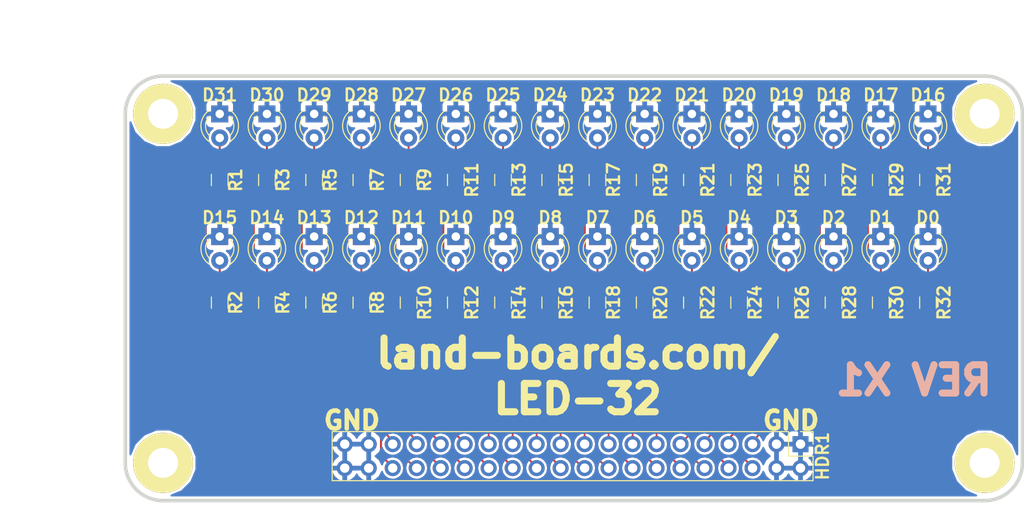
<source format=kicad_pcb>
(kicad_pcb (version 4) (host pcbnew 4.0.5)
  (title_block (title LED-TEST-2) (date "Thursday, October 06, 2016") (rev X1))
  (layers (0 Front signal) (31 Back signal) (36 B.SilkS user) (37 F.SilkS user) (38 B.Mask user) (39 F.Mask user) (44 Edge.Cuts user))
  (net 0 "")
  (net 1 /GND)
  (net 2 "Net-(D1-Pad2)")
  (net 3 "Net-(D2-Pad2)")
  (net 4 "Net-(D3-Pad2)")
  (net 5 "Net-(D4-Pad2)")
  (net 6 "Net-(D5-Pad2)")
  (net 7 "Net-(D6-Pad2)")
  (net 8 "Net-(D7-Pad2)")
  (net 9 "Net-(D8-Pad2)")
  (net 10 "Net-(D9-Pad2)")
  (net 11 "Net-(D10-Pad2)")
  (net 12 "Net-(D11-Pad2)")
  (net 13 "Net-(D12-Pad2)")
  (net 14 "Net-(D13-Pad2)")
  (net 15 "Net-(D14-Pad2)")
  (net 16 "Net-(D15-Pad2)")
  (net 17 "Net-(D16-Pad2)")
  (net 18 "Net-(D17-Pad2)")
  (net 19 "Net-(D18-Pad2)")
  (net 20 "Net-(D19-Pad2)")
  (net 21 "Net-(D21-Pad2)")
  (net 22 "Net-(D22-Pad2)")
  (net 23 "Net-(D23-Pad2)")
  (net 24 "Net-(D24-Pad2)")
  (net 25 "Net-(D25-Pad2)")
  (net 26 "Net-(D26-Pad2)")
  (net 27 "Net-(D27-Pad2)")
  (net 28 "Net-(D28-Pad2)")
  (net 29 "Net-(D29-Pad2)")
  (net 30 "Net-(D30-Pad2)")
  (net 31 "Net-(D31-Pad2)")
  (net 32 "Net-(HDR1-Pad5)")
  (net 33 "Net-(HDR1-Pad6)")
  (net 34 "Net-(HDR1-Pad7)")
  (net 35 "Net-(HDR1-Pad8)")
  (net 36 "Net-(HDR1-Pad9)")
  (net 37 "Net-(HDR1-Pad10)")
  (net 38 "Net-(HDR1-Pad11)")
  (net 39 "Net-(HDR1-Pad12)")
  (net 40 "Net-(HDR1-Pad13)")
  (net 41 "Net-(HDR1-Pad14)")
  (net 42 "Net-(HDR1-Pad15)")
  (net 43 "Net-(HDR1-Pad16)")
  (net 44 "Net-(HDR1-Pad17)")
  (net 45 "Net-(HDR1-Pad18)")
  (net 46 "Net-(HDR1-Pad19)")
  (net 47 "Net-(HDR1-Pad20)")
  (net 48 "Net-(HDR1-Pad21)")
  (net 49 "Net-(HDR1-Pad22)")
  (net 50 "Net-(HDR1-Pad23)")
  (net 51 "Net-(HDR1-Pad24)")
  (net 52 "Net-(HDR1-Pad25)")
  (net 53 "Net-(HDR1-Pad26)")
  (net 54 "Net-(HDR1-Pad27)")
  (net 55 "Net-(HDR1-Pad28)")
  (net 56 "Net-(HDR1-Pad29)")
  (net 57 "Net-(HDR1-Pad30)")
  (net 58 "Net-(HDR1-Pad31)")
  (net 59 "Net-(HDR1-Pad32)")
  (net 60 "Net-(HDR1-Pad33)")
  (net 61 "Net-(HDR1-Pad34)")
  (net 62 "Net-(HDR1-Pad35)")
  (net 63 "Net-(HDR1-Pad36)")
  (net 64 "Net-(D0-Pad2)")
  (net 65 "Net-(D2\\0-Pad2)")
  (module LEDs:LED_D3.0mm (layer Front) (at 107 40.016 270)
    (fp_text reference D23 (at -2 0 360) (layer F.SilkS) (effects (font (size 1.27 1.27) (thickness 0.254))))
    (fp_text value LED-fixed hide)
    (pad 1 thru_hole rect (at 0 0 270) (size 1.8 1.8) (drill 0.9) (layers *.Cu *.Mask) (net 1 /GND))
    (pad 2 thru_hole circle (at 2.54 0 270) (size 1.8 1.8) (drill 0.9) (layers *.Cu *.Mask) (net 23 "Net-(D23-Pad2)"))
  )
  (module LEDs:LED_D3.0mm (layer Front) (at 107 53.016 270)
    (fp_text reference D7 (at -2 0 360) (layer F.SilkS) (effects (font (size 1.27 1.27) (thickness 0.254))))
    (fp_text value LED-fixed hide)
    (pad 1 thru_hole rect (at 0 0 270) (size 1.8 1.8) (drill 0.9) (layers *.Cu *.Mask) (net 1 /GND))
    (pad 2 thru_hole circle (at 2.54 0 270) (size 1.8 1.8) (drill 0.9) (layers *.Cu *.Mask) (net 8 "Net-(D7-Pad2)"))
  )
  (module LEDs:LED_D3.0mm (layer Front) (at 112 40.016 270)
    (fp_text reference D22 (at -2 0 360) (layer F.SilkS) (effects (font (size 1.27 1.27) (thickness 0.254))))
    (fp_text value LED-fixed hide)
    (pad 1 thru_hole rect (at 0 0 270) (size 1.8 1.8) (drill 0.9) (layers *.Cu *.Mask) (net 1 /GND))
    (pad 2 thru_hole circle (at 2.54 0 270) (size 1.8 1.8) (drill 0.9) (layers *.Cu *.Mask) (net 22 "Net-(D22-Pad2)"))
  )
  (module LEDs:LED_D3.0mm (layer Front) (at 112 53.016 270)
    (fp_text reference D6 (at -2 0 360) (layer F.SilkS) (effects (font (size 1.27 1.27) (thickness 0.254))))
    (fp_text value LED-fixed hide)
    (pad 1 thru_hole rect (at 0 0 270) (size 1.8 1.8) (drill 0.9) (layers *.Cu *.Mask) (net 1 /GND))
    (pad 2 thru_hole circle (at 2.54 0 270) (size 1.8 1.8) (drill 0.9) (layers *.Cu *.Mask) (net 7 "Net-(D6-Pad2)"))
  )
  (module LEDs:LED_D3.0mm (layer Front) (at 117 40.016 270)
    (fp_text reference D21 (at -2 0 360) (layer F.SilkS) (effects (font (size 1.27 1.27) (thickness 0.254))))
    (fp_text value LED-fixed hide)
    (pad 1 thru_hole rect (at 0 0 270) (size 1.8 1.8) (drill 0.9) (layers *.Cu *.Mask) (net 1 /GND))
    (pad 2 thru_hole circle (at 2.54 0 270) (size 1.8 1.8) (drill 0.9) (layers *.Cu *.Mask) (net 21 "Net-(D21-Pad2)"))
  )
  (module LEDs:LED_D3.0mm (layer Front) (at 117 53.016 270)
    (fp_text reference D5 (at -2 0 360) (layer F.SilkS) (effects (font (size 1.27 1.27) (thickness 0.254))))
    (fp_text value LED-fixed hide)
    (pad 1 thru_hole rect (at 0 0 270) (size 1.8 1.8) (drill 0.9) (layers *.Cu *.Mask) (net 1 /GND))
    (pad 2 thru_hole circle (at 2.54 0 270) (size 1.8 1.8) (drill 0.9) (layers *.Cu *.Mask) (net 6 "Net-(D5-Pad2)"))
  )
  (module LEDs:LED_D3.0mm (layer Front) (at 122 40.016 270)
    (fp_text reference D20 (at -2 0 360) (layer F.SilkS) (effects (font (size 1.27 1.27) (thickness 0.254))))
    (fp_text value LED-fixed hide)
    (pad 1 thru_hole rect (at 0 0 270) (size 1.8 1.8) (drill 0.9) (layers *.Cu *.Mask) (net 1 /GND))
    (pad 2 thru_hole circle (at 2.54 0 270) (size 1.8 1.8) (drill 0.9) (layers *.Cu *.Mask) (net 65 "Net-(D2\\0-Pad2)"))
  )
  (module LEDs:LED_D3.0mm (layer Front) (at 122 53.016 270)
    (fp_text reference D4 (at -2 0 360) (layer F.SilkS) (effects (font (size 1.27 1.27) (thickness 0.254))))
    (fp_text value LED-fixed hide)
    (pad 1 thru_hole rect (at 0 0 270) (size 1.8 1.8) (drill 0.9) (layers *.Cu *.Mask) (net 1 /GND))
    (pad 2 thru_hole circle (at 2.54 0 270) (size 1.8 1.8) (drill 0.9) (layers *.Cu *.Mask) (net 5 "Net-(D4-Pad2)"))
  )
  (module LEDs:LED_D3.0mm (layer Front) (at 127 40.016 270)
    (fp_text reference D19 (at -2 0 360) (layer F.SilkS) (effects (font (size 1.27 1.27) (thickness 0.254))))
    (fp_text value LED-fixed hide)
    (pad 1 thru_hole rect (at 0 0 270) (size 1.8 1.8) (drill 0.9) (layers *.Cu *.Mask) (net 1 /GND))
    (pad 2 thru_hole circle (at 2.54 0 270) (size 1.8 1.8) (drill 0.9) (layers *.Cu *.Mask) (net 20 "Net-(D19-Pad2)"))
  )
  (module LEDs:LED_D3.0mm (layer Front) (at 127 53.016 270)
    (fp_text reference D3 (at -2 0 360) (layer F.SilkS) (effects (font (size 1.27 1.27) (thickness 0.254))))
    (fp_text value LED-fixed hide)
    (pad 1 thru_hole rect (at 0 0 270) (size 1.8 1.8) (drill 0.9) (layers *.Cu *.Mask) (net 1 /GND))
    (pad 2 thru_hole circle (at 2.54 0 270) (size 1.8 1.8) (drill 0.9) (layers *.Cu *.Mask) (net 4 "Net-(D3-Pad2)"))
  )
  (module LEDs:LED_D3.0mm (layer Front) (at 132 40.016 270)
    (fp_text reference D18 (at -2 0 360) (layer F.SilkS) (effects (font (size 1.27 1.27) (thickness 0.254))))
    (fp_text value LED-fixed hide)
    (pad 1 thru_hole rect (at 0 0 270) (size 1.8 1.8) (drill 0.9) (layers *.Cu *.Mask) (net 1 /GND))
    (pad 2 thru_hole circle (at 2.54 0 270) (size 1.8 1.8) (drill 0.9) (layers *.Cu *.Mask) (net 19 "Net-(D18-Pad2)"))
  )
  (module LEDs:LED_D3.0mm (layer Front) (at 132 53.016 270)
    (fp_text reference D2 (at -2 0 360) (layer F.SilkS) (effects (font (size 1.27 1.27) (thickness 0.254))))
    (fp_text value LED-fixed hide)
    (pad 1 thru_hole rect (at 0 0 270) (size 1.8 1.8) (drill 0.9) (layers *.Cu *.Mask) (net 1 /GND))
    (pad 2 thru_hole circle (at 2.54 0 270) (size 1.8 1.8) (drill 0.9) (layers *.Cu *.Mask) (net 3 "Net-(D2-Pad2)"))
  )
  (module LEDs:LED_D3.0mm (layer Front) (at 137 40.016 270)
    (fp_text reference D17 (at -2 0 360) (layer F.SilkS) (effects (font (size 1.27 1.27) (thickness 0.254))))
    (fp_text value LED-fixed hide)
    (pad 1 thru_hole rect (at 0 0 270) (size 1.8 1.8) (drill 0.9) (layers *.Cu *.Mask) (net 1 /GND))
    (pad 2 thru_hole circle (at 2.54 0 270) (size 1.8 1.8) (drill 0.9) (layers *.Cu *.Mask) (net 18 "Net-(D17-Pad2)"))
  )
  (module LEDs:LED_D3.0mm (layer Front) (at 137 53.016 270)
    (fp_text reference D1 (at -2 0 360) (layer F.SilkS) (effects (font (size 1.27 1.27) (thickness 0.254))))
    (fp_text value LED-fixed hide)
    (pad 1 thru_hole rect (at 0 0 270) (size 1.8 1.8) (drill 0.9) (layers *.Cu *.Mask) (net 1 /GND))
    (pad 2 thru_hole circle (at 2.54 0 270) (size 1.8 1.8) (drill 0.9) (layers *.Cu *.Mask) (net 2 "Net-(D1-Pad2)"))
  )
  (module LEDs:LED_D3.0mm (layer Front) (at 142 40.016 270)
    (fp_text reference D16 (at -2 0 360) (layer F.SilkS) (effects (font (size 1.27 1.27) (thickness 0.254))))
    (fp_text value LED-fixed hide)
    (pad 1 thru_hole rect (at 0 0 270) (size 1.8 1.8) (drill 0.9) (layers *.Cu *.Mask) (net 1 /GND))
    (pad 2 thru_hole circle (at 2.54 0 270) (size 1.8 1.8) (drill 0.9) (layers *.Cu *.Mask) (net 17 "Net-(D16-Pad2)"))
  )
  (module LEDs:LED_D3.0mm (layer Front) (at 142 53.016 270)
    (fp_text reference D0 (at -2 0 360) (layer F.SilkS) (effects (font (size 1.27 1.27) (thickness 0.254))))
    (fp_text value LED-fixed hide)
    (pad 1 thru_hole rect (at 0 0 270) (size 1.8 1.8) (drill 0.9) (layers *.Cu *.Mask) (net 1 /GND))
    (pad 2 thru_hole circle (at 2.54 0 270) (size 1.8 1.8) (drill 0.9) (layers *.Cu *.Mask) (net 64 "Net-(D0-Pad2)"))
  )
  (module Resistors_SMD:R_0805_HandSoldering (layer Front) (at 67 47.016 270)
    (fp_text reference R1 (at 0 -1.7 270) (layer F.SilkS) (effects (font (size 1.27 1.27) (thickness 0.254))))
    (fp_text value 330 hide)
    (pad 1 smd rect (at -1.35 0 270) (size 1.5 1.3) (layers Front F.Mask) (net 31 "Net-(D31-Pad2)"))
    (pad 2 smd rect (at 1.35 0 270) (size 1.5 1.3) (layers Front F.Mask) (net 63 "Net-(HDR1-Pad36)"))
  )
  (module Resistors_SMD:R_0805_HandSoldering (layer Front) (at 67 60.016 270)
    (fp_text reference R2 (at 0 -1.7 270) (layer F.SilkS) (effects (font (size 1.27 1.27) (thickness 0.254))))
    (fp_text value 330 hide)
    (pad 1 smd rect (at -1.35 0 270) (size 1.5 1.3) (layers Front F.Mask) (net 16 "Net-(D15-Pad2)"))
    (pad 2 smd rect (at 1.35 0 270) (size 1.5 1.3) (layers Front F.Mask) (net 62 "Net-(HDR1-Pad35)"))
  )
  (module Resistors_SMD:R_0805_HandSoldering (layer Front) (at 72 47.016 270)
    (fp_text reference R3 (at 0 -1.7 270) (layer F.SilkS) (effects (font (size 1.27 1.27) (thickness 0.254))))
    (fp_text value 330 hide)
    (pad 1 smd rect (at -1.35 0 270) (size 1.5 1.3) (layers Front F.Mask) (net 30 "Net-(D30-Pad2)"))
    (pad 2 smd rect (at 1.35 0 270) (size 1.5 1.3) (layers Front F.Mask) (net 61 "Net-(HDR1-Pad34)"))
  )
  (module Resistors_SMD:R_0805_HandSoldering (layer Front) (at 72 60.016 270)
    (fp_text reference R4 (at 0 -1.7 270) (layer F.SilkS) (effects (font (size 1.27 1.27) (thickness 0.254))))
    (fp_text value 330 hide)
    (pad 1 smd rect (at -1.35 0 270) (size 1.5 1.3) (layers Front F.Mask) (net 15 "Net-(D14-Pad2)"))
    (pad 2 smd rect (at 1.35 0 270) (size 1.5 1.3) (layers Front F.Mask) (net 60 "Net-(HDR1-Pad33)"))
  )
  (module Resistors_SMD:R_0805_HandSoldering (layer Front) (at 77 47.016 270)
    (fp_text reference R5 (at 0 -1.7 270) (layer F.SilkS) (effects (font (size 1.27 1.27) (thickness 0.254))))
    (fp_text value 330 hide)
    (pad 1 smd rect (at -1.35 0 270) (size 1.5 1.3) (layers Front F.Mask) (net 29 "Net-(D29-Pad2)"))
    (pad 2 smd rect (at 1.35 0 270) (size 1.5 1.3) (layers Front F.Mask) (net 59 "Net-(HDR1-Pad32)"))
  )
  (module Resistors_SMD:R_0805_HandSoldering (layer Front) (at 77 60.016 270)
    (fp_text reference R6 (at 0 -1.7 270) (layer F.SilkS) (effects (font (size 1.27 1.27) (thickness 0.254))))
    (fp_text value 330 hide)
    (pad 1 smd rect (at -1.35 0 270) (size 1.5 1.3) (layers Front F.Mask) (net 14 "Net-(D13-Pad2)"))
    (pad 2 smd rect (at 1.35 0 270) (size 1.5 1.3) (layers Front F.Mask) (net 58 "Net-(HDR1-Pad31)"))
  )
  (module Resistors_SMD:R_0805_HandSoldering (layer Front) (at 82 47.016 270)
    (fp_text reference R7 (at 0 -1.7 270) (layer F.SilkS) (effects (font (size 1.27 1.27) (thickness 0.254))))
    (fp_text value 330 hide)
    (pad 1 smd rect (at -1.35 0 270) (size 1.5 1.3) (layers Front F.Mask) (net 28 "Net-(D28-Pad2)"))
    (pad 2 smd rect (at 1.35 0 270) (size 1.5 1.3) (layers Front F.Mask) (net 57 "Net-(HDR1-Pad30)"))
  )
  (module Resistors_SMD:R_0805_HandSoldering (layer Front) (at 82 60.016 270)
    (fp_text reference R8 (at 0 -1.7 270) (layer F.SilkS) (effects (font (size 1.27 1.27) (thickness 0.254))))
    (fp_text value 330 hide)
    (pad 1 smd rect (at -1.35 0 270) (size 1.5 1.3) (layers Front F.Mask) (net 13 "Net-(D12-Pad2)"))
    (pad 2 smd rect (at 1.35 0 270) (size 1.5 1.3) (layers Front F.Mask) (net 56 "Net-(HDR1-Pad29)"))
  )
  (module Resistors_SMD:R_0805_HandSoldering (layer Front) (at 87 47.016 270)
    (fp_text reference R9 (at 0 -1.7 270) (layer F.SilkS) (effects (font (size 1.27 1.27) (thickness 0.254))))
    (fp_text value 330 hide)
    (pad 1 smd rect (at -1.35 0 270) (size 1.5 1.3) (layers Front F.Mask) (net 27 "Net-(D27-Pad2)"))
    (pad 2 smd rect (at 1.35 0 270) (size 1.5 1.3) (layers Front F.Mask) (net 55 "Net-(HDR1-Pad28)"))
  )
  (module Resistors_SMD:R_0805_HandSoldering (layer Front) (at 87 60.016 270)
    (fp_text reference R10 (at 0 -1.7 270) (layer F.SilkS) (effects (font (size 1.27 1.27) (thickness 0.254))))
    (fp_text value 330 hide)
    (pad 1 smd rect (at -1.35 0 270) (size 1.5 1.3) (layers Front F.Mask) (net 12 "Net-(D11-Pad2)"))
    (pad 2 smd rect (at 1.35 0 270) (size 1.5 1.3) (layers Front F.Mask) (net 54 "Net-(HDR1-Pad27)"))
  )
  (module Resistors_SMD:R_0805_HandSoldering (layer Front) (at 92 47.016 270)
    (fp_text reference R11 (at 0 -1.7 270) (layer F.SilkS) (effects (font (size 1.27 1.27) (thickness 0.254))))
    (fp_text value 330 hide)
    (pad 1 smd rect (at -1.35 0 270) (size 1.5 1.3) (layers Front F.Mask) (net 26 "Net-(D26-Pad2)"))
    (pad 2 smd rect (at 1.35 0 270) (size 1.5 1.3) (layers Front F.Mask) (net 53 "Net-(HDR1-Pad26)"))
  )
  (module Resistors_SMD:R_0805_HandSoldering (layer Front) (at 92 60.016 270)
    (fp_text reference R12 (at 0 -1.7 270) (layer F.SilkS) (effects (font (size 1.27 1.27) (thickness 0.254))))
    (fp_text value 330 hide)
    (pad 1 smd rect (at -1.35 0 270) (size 1.5 1.3) (layers Front F.Mask) (net 11 "Net-(D10-Pad2)"))
    (pad 2 smd rect (at 1.35 0 270) (size 1.5 1.3) (layers Front F.Mask) (net 52 "Net-(HDR1-Pad25)"))
  )
  (module Resistors_SMD:R_0805_HandSoldering (layer Front) (at 97 47.016 270)
    (fp_text reference R13 (at 0 -1.7 270) (layer F.SilkS) (effects (font (size 1.27 1.27) (thickness 0.254))))
    (fp_text value 330 hide)
    (pad 1 smd rect (at -1.35 0 270) (size 1.5 1.3) (layers Front F.Mask) (net 25 "Net-(D25-Pad2)"))
    (pad 2 smd rect (at 1.35 0 270) (size 1.5 1.3) (layers Front F.Mask) (net 51 "Net-(HDR1-Pad24)"))
  )
  (module Resistors_SMD:R_0805_HandSoldering (layer Front) (at 97 60.016 270)
    (fp_text reference R14 (at 0 -1.7 270) (layer F.SilkS) (effects (font (size 1.27 1.27) (thickness 0.254))))
    (fp_text value 330 hide)
    (pad 1 smd rect (at -1.35 0 270) (size 1.5 1.3) (layers Front F.Mask) (net 10 "Net-(D9-Pad2)"))
    (pad 2 smd rect (at 1.35 0 270) (size 1.5 1.3) (layers Front F.Mask) (net 50 "Net-(HDR1-Pad23)"))
  )
  (module Resistors_SMD:R_0805_HandSoldering (layer Front) (at 102 47.016 270)
    (fp_text reference R15 (at 0 -1.7 270) (layer F.SilkS) (effects (font (size 1.27 1.27) (thickness 0.254))))
    (fp_text value 330 hide)
    (pad 1 smd rect (at -1.35 0 270) (size 1.5 1.3) (layers Front F.Mask) (net 24 "Net-(D24-Pad2)"))
    (pad 2 smd rect (at 1.35 0 270) (size 1.5 1.3) (layers Front F.Mask) (net 49 "Net-(HDR1-Pad22)"))
  )
  (module Resistors_SMD:R_0805_HandSoldering (layer Front) (at 102 60.016 270)
    (fp_text reference R16 (at 0 -1.7 270) (layer F.SilkS) (effects (font (size 1.27 1.27) (thickness 0.254))))
    (fp_text value 330 hide)
    (pad 1 smd rect (at -1.35 0 270) (size 1.5 1.3) (layers Front F.Mask) (net 9 "Net-(D8-Pad2)"))
    (pad 2 smd rect (at 1.35 0 270) (size 1.5 1.3) (layers Front F.Mask) (net 48 "Net-(HDR1-Pad21)"))
  )
  (module Resistors_SMD:R_0805_HandSoldering (layer Front) (at 107 47.016 270)
    (fp_text reference R17 (at 0 -1.7 270) (layer F.SilkS) (effects (font (size 1.27 1.27) (thickness 0.254))))
    (fp_text value 330 hide)
    (pad 1 smd rect (at -1.35 0 270) (size 1.5 1.3) (layers Front F.Mask) (net 23 "Net-(D23-Pad2)"))
    (pad 2 smd rect (at 1.35 0 270) (size 1.5 1.3) (layers Front F.Mask) (net 47 "Net-(HDR1-Pad20)"))
  )
  (module Resistors_SMD:R_0805_HandSoldering (layer Front) (at 107 60.016 270)
    (fp_text reference R18 (at 0 -1.7 270) (layer F.SilkS) (effects (font (size 1.27 1.27) (thickness 0.254))))
    (fp_text value 330 hide)
    (pad 1 smd rect (at -1.35 0 270) (size 1.5 1.3) (layers Front F.Mask) (net 8 "Net-(D7-Pad2)"))
    (pad 2 smd rect (at 1.35 0 270) (size 1.5 1.3) (layers Front F.Mask) (net 46 "Net-(HDR1-Pad19)"))
  )
  (module Resistors_SMD:R_0805_HandSoldering (layer Front) (at 112 47.016 270)
    (fp_text reference R19 (at 0 -1.7 270) (layer F.SilkS) (effects (font (size 1.27 1.27) (thickness 0.254))))
    (fp_text value 330 hide)
    (pad 1 smd rect (at -1.35 0 270) (size 1.5 1.3) (layers Front F.Mask) (net 22 "Net-(D22-Pad2)"))
    (pad 2 smd rect (at 1.35 0 270) (size 1.5 1.3) (layers Front F.Mask) (net 45 "Net-(HDR1-Pad18)"))
  )
  (module Resistors_SMD:R_0805_HandSoldering (layer Front) (at 112 60.016 270)
    (fp_text reference R20 (at 0 -1.7 270) (layer F.SilkS) (effects (font (size 1.27 1.27) (thickness 0.254))))
    (fp_text value 330 hide)
    (pad 1 smd rect (at -1.35 0 270) (size 1.5 1.3) (layers Front F.Mask) (net 7 "Net-(D6-Pad2)"))
    (pad 2 smd rect (at 1.35 0 270) (size 1.5 1.3) (layers Front F.Mask) (net 44 "Net-(HDR1-Pad17)"))
  )
  (module Resistors_SMD:R_0805_HandSoldering (layer Front) (at 117 47.016 270)
    (fp_text reference R21 (at 0 -1.7 270) (layer F.SilkS) (effects (font (size 1.27 1.27) (thickness 0.254))))
    (fp_text value 330 hide)
    (pad 1 smd rect (at -1.35 0 270) (size 1.5 1.3) (layers Front F.Mask) (net 21 "Net-(D21-Pad2)"))
    (pad 2 smd rect (at 1.35 0 270) (size 1.5 1.3) (layers Front F.Mask) (net 43 "Net-(HDR1-Pad16)"))
  )
  (module Resistors_SMD:R_0805_HandSoldering (layer Front) (at 117 60.016 270)
    (fp_text reference R22 (at 0 -1.7 270) (layer F.SilkS) (effects (font (size 1.27 1.27) (thickness 0.254))))
    (fp_text value 330 hide)
    (pad 1 smd rect (at -1.35 0 270) (size 1.5 1.3) (layers Front F.Mask) (net 6 "Net-(D5-Pad2)"))
    (pad 2 smd rect (at 1.35 0 270) (size 1.5 1.3) (layers Front F.Mask) (net 42 "Net-(HDR1-Pad15)"))
  )
  (module Resistors_SMD:R_0805_HandSoldering (layer Front) (at 122 47.016 270)
    (fp_text reference R23 (at 0 -1.7 270) (layer F.SilkS) (effects (font (size 1.27 1.27) (thickness 0.254))))
    (fp_text value 330 hide)
    (pad 1 smd rect (at -1.35 0 270) (size 1.5 1.3) (layers Front F.Mask) (net 65 "Net-(D2\\0-Pad2)"))
    (pad 2 smd rect (at 1.35 0 270) (size 1.5 1.3) (layers Front F.Mask) (net 41 "Net-(HDR1-Pad14)"))
  )
  (module Resistors_SMD:R_0805_HandSoldering (layer Front) (at 122 60.016 270)
    (fp_text reference R24 (at 0 -1.7 270) (layer F.SilkS) (effects (font (size 1.27 1.27) (thickness 0.254))))
    (fp_text value 330 hide)
    (pad 1 smd rect (at -1.35 0 270) (size 1.5 1.3) (layers Front F.Mask) (net 5 "Net-(D4-Pad2)"))
    (pad 2 smd rect (at 1.35 0 270) (size 1.5 1.3) (layers Front F.Mask) (net 40 "Net-(HDR1-Pad13)"))
  )
  (module Resistors_SMD:R_0805_HandSoldering (layer Front) (at 127 47.016 270)
    (fp_text reference R25 (at 0 -1.7 270) (layer F.SilkS) (effects (font (size 1.27 1.27) (thickness 0.254))))
    (fp_text value 330 hide)
    (pad 1 smd rect (at -1.35 0 270) (size 1.5 1.3) (layers Front F.Mask) (net 20 "Net-(D19-Pad2)"))
    (pad 2 smd rect (at 1.35 0 270) (size 1.5 1.3) (layers Front F.Mask) (net 39 "Net-(HDR1-Pad12)"))
  )
  (module Resistors_SMD:R_0805_HandSoldering (layer Front) (at 127 60.016 270)
    (fp_text reference R26 (at 0 -1.7 270) (layer F.SilkS) (effects (font (size 1.27 1.27) (thickness 0.254))))
    (fp_text value 330 hide)
    (pad 1 smd rect (at -1.35 0 270) (size 1.5 1.3) (layers Front F.Mask) (net 4 "Net-(D3-Pad2)"))
    (pad 2 smd rect (at 1.35 0 270) (size 1.5 1.3) (layers Front F.Mask) (net 38 "Net-(HDR1-Pad11)"))
  )
  (module Resistors_SMD:R_0805_HandSoldering (layer Front) (at 132 47.016 270)
    (fp_text reference R27 (at 0 -1.7 270) (layer F.SilkS) (effects (font (size 1.27 1.27) (thickness 0.254))))
    (fp_text value 330 hide)
    (pad 1 smd rect (at -1.35 0 270) (size 1.5 1.3) (layers Front F.Mask) (net 19 "Net-(D18-Pad2)"))
    (pad 2 smd rect (at 1.35 0 270) (size 1.5 1.3) (layers Front F.Mask) (net 37 "Net-(HDR1-Pad10)"))
  )
  (module Resistors_SMD:R_0805_HandSoldering (layer Front) (at 132 60.016 270)
    (fp_text reference R28 (at 0 -1.7 270) (layer F.SilkS) (effects (font (size 1.27 1.27) (thickness 0.254))))
    (fp_text value 330 hide)
    (pad 1 smd rect (at -1.35 0 270) (size 1.5 1.3) (layers Front F.Mask) (net 3 "Net-(D2-Pad2)"))
    (pad 2 smd rect (at 1.35 0 270) (size 1.5 1.3) (layers Front F.Mask) (net 36 "Net-(HDR1-Pad9)"))
  )
  (module Resistors_SMD:R_0805_HandSoldering (layer Front) (at 137 47.016 270)
    (fp_text reference R29 (at 0 -1.7 270) (layer F.SilkS) (effects (font (size 1.27 1.27) (thickness 0.254))))
    (fp_text value 330 hide)
    (pad 1 smd rect (at -1.35 0 270) (size 1.5 1.3) (layers Front F.Mask) (net 18 "Net-(D17-Pad2)"))
    (pad 2 smd rect (at 1.35 0 270) (size 1.5 1.3) (layers Front F.Mask) (net 35 "Net-(HDR1-Pad8)"))
  )
  (module Resistors_SMD:R_0805_HandSoldering (layer Front) (at 137 60.016 270)
    (fp_text reference R30 (at 0 -1.7 270) (layer F.SilkS) (effects (font (size 1.27 1.27) (thickness 0.254))))
    (fp_text value 330 hide)
    (pad 1 smd rect (at -1.35 0 270) (size 1.5 1.3) (layers Front F.Mask) (net 2 "Net-(D1-Pad2)"))
    (pad 2 smd rect (at 1.35 0 270) (size 1.5 1.3) (layers Front F.Mask) (net 34 "Net-(HDR1-Pad7)"))
  )
  (module Resistors_SMD:R_0805_HandSoldering (layer Front) (at 142 47.016 270)
    (fp_text reference R31 (at 0 -1.7 270) (layer F.SilkS) (effects (font (size 1.27 1.27) (thickness 0.254))))
    (fp_text value 330 hide)
    (pad 1 smd rect (at -1.35 0 270) (size 1.5 1.3) (layers Front F.Mask) (net 17 "Net-(D16-Pad2)"))
    (pad 2 smd rect (at 1.35 0 270) (size 1.5 1.3) (layers Front F.Mask) (net 33 "Net-(HDR1-Pad6)"))
  )
  (module Resistors_SMD:R_0805_HandSoldering (layer Front) (at 142 60.016 270)
    (fp_text reference R32 (at 0 -1.7 270) (layer F.SilkS) (effects (font (size 1.27 1.27) (thickness 0.254))))
    (fp_text value 330 hide)
    (pad 1 smd rect (at -1.35 0 270) (size 1.5 1.3) (layers Front F.Mask) (net 64 "Net-(D0-Pad2)"))
    (pad 2 smd rect (at 1.35 0 270) (size 1.5 1.3) (layers Front F.Mask) (net 32 "Net-(HDR1-Pad5)"))
  )
  (module LEDs:LED_D3.0mm (layer Front) (at 67 40.016 270)
    (fp_text reference D31 (at -2 0 360) (layer F.SilkS) (effects (font (size 1.27 1.27) (thickness 0.254))))
    (fp_text value LED-fixed hide)
    (pad 1 thru_hole rect (at 0 0 270) (size 1.8 1.8) (drill 0.9) (layers *.Cu *.Mask) (net 1 /GND))
    (pad 2 thru_hole circle (at 2.54 0 270) (size 1.8 1.8) (drill 0.9) (layers *.Cu *.Mask) (net 31 "Net-(D31-Pad2)"))
  )
  (module LEDs:LED_D3.0mm (layer Front) (at 67 53.016 270)
    (fp_text reference D15 (at -2 0 360) (layer F.SilkS) (effects (font (size 1.27 1.27) (thickness 0.254))))
    (fp_text value LED-fixed hide)
    (pad 1 thru_hole rect (at 0 0 270) (size 1.8 1.8) (drill 0.9) (layers *.Cu *.Mask) (net 1 /GND))
    (pad 2 thru_hole circle (at 2.54 0 270) (size 1.8 1.8) (drill 0.9) (layers *.Cu *.Mask) (net 16 "Net-(D15-Pad2)"))
  )
  (module LEDs:LED_D3.0mm (layer Front) (at 72 40.016 270)
    (fp_text reference D30 (at -2 0 360) (layer F.SilkS) (effects (font (size 1.27 1.27) (thickness 0.254))))
    (fp_text value LED-fixed hide)
    (pad 1 thru_hole rect (at 0 0 270) (size 1.8 1.8) (drill 0.9) (layers *.Cu *.Mask) (net 1 /GND))
    (pad 2 thru_hole circle (at 2.54 0 270) (size 1.8 1.8) (drill 0.9) (layers *.Cu *.Mask) (net 30 "Net-(D30-Pad2)"))
  )
  (module LEDs:LED_D3.0mm (layer Front) (at 72 53.016 270)
    (fp_text reference D14 (at -2 0 360) (layer F.SilkS) (effects (font (size 1.27 1.27) (thickness 0.254))))
    (fp_text value LED-fixed hide)
    (pad 1 thru_hole rect (at 0 0 270) (size 1.8 1.8) (drill 0.9) (layers *.Cu *.Mask) (net 1 /GND))
    (pad 2 thru_hole circle (at 2.54 0 270) (size 1.8 1.8) (drill 0.9) (layers *.Cu *.Mask) (net 15 "Net-(D14-Pad2)"))
  )
  (module LEDs:LED_D3.0mm (layer Front) (at 77 40.016 270)
    (fp_text reference D29 (at -2 0 360) (layer F.SilkS) (effects (font (size 1.27 1.27) (thickness 0.254))))
    (fp_text value LED-fixed hide)
    (pad 1 thru_hole rect (at 0 0 270) (size 1.8 1.8) (drill 0.9) (layers *.Cu *.Mask) (net 1 /GND))
    (pad 2 thru_hole circle (at 2.54 0 270) (size 1.8 1.8) (drill 0.9) (layers *.Cu *.Mask) (net 29 "Net-(D29-Pad2)"))
  )
  (module LEDs:LED_D3.0mm (layer Front) (at 77 53.016 270)
    (fp_text reference D13 (at -2 0 360) (layer F.SilkS) (effects (font (size 1.27 1.27) (thickness 0.254))))
    (fp_text value LED-fixed hide)
    (pad 1 thru_hole rect (at 0 0 270) (size 1.8 1.8) (drill 0.9) (layers *.Cu *.Mask) (net 1 /GND))
    (pad 2 thru_hole circle (at 2.54 0 270) (size 1.8 1.8) (drill 0.9) (layers *.Cu *.Mask) (net 14 "Net-(D13-Pad2)"))
  )
  (module LEDs:LED_D3.0mm (layer Front) (at 82 40.016 270)
    (fp_text reference D28 (at -2 0 360) (layer F.SilkS) (effects (font (size 1.27 1.27) (thickness 0.254))))
    (fp_text value LED-fixed hide)
    (pad 1 thru_hole rect (at 0 0 270) (size 1.8 1.8) (drill 0.9) (layers *.Cu *.Mask) (net 1 /GND))
    (pad 2 thru_hole circle (at 2.54 0 270) (size 1.8 1.8) (drill 0.9) (layers *.Cu *.Mask) (net 28 "Net-(D28-Pad2)"))
  )
  (module LEDs:LED_D3.0mm (layer Front) (at 82 53.016 270)
    (fp_text reference D12 (at -2 0 360) (layer F.SilkS) (effects (font (size 1.27 1.27) (thickness 0.254))))
    (fp_text value LED-fixed hide)
    (pad 1 thru_hole rect (at 0 0 270) (size 1.8 1.8) (drill 0.9) (layers *.Cu *.Mask) (net 1 /GND))
    (pad 2 thru_hole circle (at 2.54 0 270) (size 1.8 1.8) (drill 0.9) (layers *.Cu *.Mask) (net 13 "Net-(D12-Pad2)"))
  )
  (module LEDs:LED_D3.0mm (layer Front) (at 87 40.016 270)
    (fp_text reference D27 (at -2 0 360) (layer F.SilkS) (effects (font (size 1.27 1.27) (thickness 0.254))))
    (fp_text value LED-fixed hide)
    (pad 1 thru_hole rect (at 0 0 270) (size 1.8 1.8) (drill 0.9) (layers *.Cu *.Mask) (net 1 /GND))
    (pad 2 thru_hole circle (at 2.54 0 270) (size 1.8 1.8) (drill 0.9) (layers *.Cu *.Mask) (net 27 "Net-(D27-Pad2)"))
  )
  (module LEDs:LED_D3.0mm (layer Front) (at 87 53.016 270)
    (fp_text reference D11 (at -2 0 360) (layer F.SilkS) (effects (font (size 1.27 1.27) (thickness 0.254))))
    (fp_text value LED-fixed hide)
    (pad 1 thru_hole rect (at 0 0 270) (size 1.8 1.8) (drill 0.9) (layers *.Cu *.Mask) (net 1 /GND))
    (pad 2 thru_hole circle (at 2.54 0 270) (size 1.8 1.8) (drill 0.9) (layers *.Cu *.Mask) (net 12 "Net-(D11-Pad2)"))
  )
  (module LEDs:LED_D3.0mm (layer Front) (at 92 40.016 270)
    (fp_text reference D26 (at -2 0 360) (layer F.SilkS) (effects (font (size 1.27 1.27) (thickness 0.254))))
    (fp_text value LED-fixed hide)
    (pad 1 thru_hole rect (at 0 0 270) (size 1.8 1.8) (drill 0.9) (layers *.Cu *.Mask) (net 1 /GND))
    (pad 2 thru_hole circle (at 2.54 0 270) (size 1.8 1.8) (drill 0.9) (layers *.Cu *.Mask) (net 26 "Net-(D26-Pad2)"))
  )
  (module LEDs:LED_D3.0mm (layer Front) (at 92 53.016 270)
    (fp_text reference D10 (at -2 0 360) (layer F.SilkS) (effects (font (size 1.27 1.27) (thickness 0.254))))
    (fp_text value LED-fixed hide)
    (pad 1 thru_hole rect (at 0 0 270) (size 1.8 1.8) (drill 0.9) (layers *.Cu *.Mask) (net 1 /GND))
    (pad 2 thru_hole circle (at 2.54 0 270) (size 1.8 1.8) (drill 0.9) (layers *.Cu *.Mask) (net 11 "Net-(D10-Pad2)"))
  )
  (module LEDs:LED_D3.0mm (layer Front) (at 97 40.016 270)
    (fp_text reference D25 (at -2 0 360) (layer F.SilkS) (effects (font (size 1.27 1.27) (thickness 0.254))))
    (fp_text value LED-fixed hide)
    (pad 1 thru_hole rect (at 0 0 270) (size 1.8 1.8) (drill 0.9) (layers *.Cu *.Mask) (net 1 /GND))
    (pad 2 thru_hole circle (at 2.54 0 270) (size 1.8 1.8) (drill 0.9) (layers *.Cu *.Mask) (net 25 "Net-(D25-Pad2)"))
  )
  (module LEDs:LED_D3.0mm (layer Front) (at 97 53.016 270)
    (fp_text reference D9 (at -2 0 360) (layer F.SilkS) (effects (font (size 1.27 1.27) (thickness 0.254))))
    (fp_text value LED-fixed hide)
    (pad 1 thru_hole rect (at 0 0 270) (size 1.8 1.8) (drill 0.9) (layers *.Cu *.Mask) (net 1 /GND))
    (pad 2 thru_hole circle (at 2.54 0 270) (size 1.8 1.8) (drill 0.9) (layers *.Cu *.Mask) (net 10 "Net-(D9-Pad2)"))
  )
  (module LEDs:LED_D3.0mm (layer Front) (at 102 40.016 270)
    (fp_text reference D24 (at -2 0 360) (layer F.SilkS) (effects (font (size 1.27 1.27) (thickness 0.254))))
    (fp_text value LED-fixed hide)
    (pad 1 thru_hole rect (at 0 0 270) (size 1.8 1.8) (drill 0.9) (layers *.Cu *.Mask) (net 1 /GND))
    (pad 2 thru_hole circle (at 2.54 0 270) (size 1.8 1.8) (drill 0.9) (layers *.Cu *.Mask) (net 24 "Net-(D24-Pad2)"))
  )
  (module LEDs:LED_D3.0mm (layer Front) (at 102 53.016 270)
    (fp_text reference D8 (at -2 0 360) (layer F.SilkS) (effects (font (size 1.27 1.27) (thickness 0.254))))
    (fp_text value LED-fixed hide)
    (pad 1 thru_hole rect (at 0 0 270) (size 1.8 1.8) (drill 0.9) (layers *.Cu *.Mask) (net 1 /GND))
    (pad 2 thru_hole circle (at 2.54 0 270) (size 1.8 1.8) (drill 0.9) (layers *.Cu *.Mask) (net 9 "Net-(D8-Pad2)"))
  )
  (module LandBoards_MountHoles:MTG-4-40 (layer Front) (at 61 40)
    (fp_text reference MTG1 hide)
    (fp_text value CONN_1 hide)
    (pad 1 thru_hole circle (at 0 0) (size 6.35 6.35) (drill 3.175) (layers *.Cu *.Mask F.SilkS))
  )
  (module LandBoards_MountHoles:MTG-4-40 (layer Front) (at 148 40)
    (fp_text reference MTG2 hide)
    (fp_text value CONN_1 hide)
    (pad 1 thru_hole circle (at 0 0) (size 6.35 6.35) (drill 3.175) (layers *.Cu *.Mask F.SilkS))
  )
  (module LandBoards_MountHoles:MTG-4-40 (layer Front) (at 61 77)
    (fp_text reference MTG3 hide)
    (fp_text value CONN_1 hide)
    (pad 1 thru_hole circle (at 0 0) (size 6.35 6.35) (drill 3.175) (layers *.Cu *.Mask F.SilkS))
  )
  (module LandBoards_MountHoles:MTG-4-40 (layer Front) (at 148 77)
    (fp_text reference MTG4 hide)
    (fp_text value CONN_1 hide)
    (pad 1 thru_hole circle (at 0 0) (size 6.35 6.35) (drill 3.175) (layers *.Cu *.Mask F.SilkS))
  )
  (module Pin_Headers:Pin_Header_Straight_2x20_Pitch2.54mm (layer Front) (at 128.5 75.016 270)
    (fp_text reference HDR1 (at 1.27 -2.33 270) (layer F.SilkS) (effects (font (size 1.27 1.27) (thickness 0.254))))
    (fp_text value CONN_01X40 hide)
    (pad 1 thru_hole rect (at 0 0 270) (size 1.7 1.7) (drill 1) (layers *.Cu *.Mask) (net 1 /GND))
    (pad 2 thru_hole oval (at 2.54 0 270) (size 1.7 1.7) (drill 1) (layers *.Cu *.Mask) (net 1 /GND))
    (pad 3 thru_hole oval (at 0 2.54 270) (size 1.7 1.7) (drill 1) (layers *.Cu *.Mask) (net 1 /GND))
    (pad 4 thru_hole oval (at 2.54 2.54 270) (size 1.7 1.7) (drill 1) (layers *.Cu *.Mask) (net 1 /GND))
    (pad 5 thru_hole oval (at 0 5.08 270) (size 1.7 1.7) (drill 1) (layers *.Cu *.Mask) (net 32 "Net-(HDR1-Pad5)"))
    (pad 6 thru_hole oval (at 2.54 5.08 270) (size 1.7 1.7) (drill 1) (layers *.Cu *.Mask) (net 33 "Net-(HDR1-Pad6)"))
    (pad 7 thru_hole oval (at 0 7.62 270) (size 1.7 1.7) (drill 1) (layers *.Cu *.Mask) (net 34 "Net-(HDR1-Pad7)"))
    (pad 8 thru_hole oval (at 2.54 7.62 270) (size 1.7 1.7) (drill 1) (layers *.Cu *.Mask) (net 35 "Net-(HDR1-Pad8)"))
    (pad 9 thru_hole oval (at 0 10.16 270) (size 1.7 1.7) (drill 1) (layers *.Cu *.Mask) (net 36 "Net-(HDR1-Pad9)"))
    (pad 10 thru_hole oval (at 2.54 10.16 270) (size 1.7 1.7) (drill 1) (layers *.Cu *.Mask) (net 37 "Net-(HDR1-Pad10)"))
    (pad 11 thru_hole oval (at 0 12.7 270) (size 1.7 1.7) (drill 1) (layers *.Cu *.Mask) (net 38 "Net-(HDR1-Pad11)"))
    (pad 12 thru_hole oval (at 2.54 12.7 270) (size 1.7 1.7) (drill 1) (layers *.Cu *.Mask) (net 39 "Net-(HDR1-Pad12)"))
    (pad 13 thru_hole oval (at 0 15.24 270) (size 1.7 1.7) (drill 1) (layers *.Cu *.Mask) (net 40 "Net-(HDR1-Pad13)"))
    (pad 14 thru_hole oval (at 2.54 15.24 270) (size 1.7 1.7) (drill 1) (layers *.Cu *.Mask) (net 41 "Net-(HDR1-Pad14)"))
    (pad 15 thru_hole oval (at 0 17.78 270) (size 1.7 1.7) (drill 1) (layers *.Cu *.Mask) (net 42 "Net-(HDR1-Pad15)"))
    (pad 16 thru_hole oval (at 2.54 17.78 270) (size 1.7 1.7) (drill 1) (layers *.Cu *.Mask) (net 43 "Net-(HDR1-Pad16)"))
    (pad 17 thru_hole oval (at 0 20.32 270) (size 1.7 1.7) (drill 1) (layers *.Cu *.Mask) (net 44 "Net-(HDR1-Pad17)"))
    (pad 18 thru_hole oval (at 2.54 20.32 270) (size 1.7 1.7) (drill 1) (layers *.Cu *.Mask) (net 45 "Net-(HDR1-Pad18)"))
    (pad 19 thru_hole oval (at 0 22.86 270) (size 1.7 1.7) (drill 1) (layers *.Cu *.Mask) (net 46 "Net-(HDR1-Pad19)"))
    (pad 20 thru_hole oval (at 2.54 22.86 270) (size 1.7 1.7) (drill 1) (layers *.Cu *.Mask) (net 47 "Net-(HDR1-Pad20)"))
    (pad 21 thru_hole oval (at 0 25.4 270) (size 1.7 1.7) (drill 1) (layers *.Cu *.Mask) (net 48 "Net-(HDR1-Pad21)"))
    (pad 22 thru_hole oval (at 2.54 25.4 270) (size 1.7 1.7) (drill 1) (layers *.Cu *.Mask) (net 49 "Net-(HDR1-Pad22)"))
    (pad 23 thru_hole oval (at 0 27.94 270) (size 1.7 1.7) (drill 1) (layers *.Cu *.Mask) (net 50 "Net-(HDR1-Pad23)"))
    (pad 24 thru_hole oval (at 2.54 27.94 270) (size 1.7 1.7) (drill 1) (layers *.Cu *.Mask) (net 51 "Net-(HDR1-Pad24)"))
    (pad 25 thru_hole oval (at 0 30.48 270) (size 1.7 1.7) (drill 1) (layers *.Cu *.Mask) (net 52 "Net-(HDR1-Pad25)"))
    (pad 26 thru_hole oval (at 2.54 30.48 270) (size 1.7 1.7) (drill 1) (layers *.Cu *.Mask) (net 53 "Net-(HDR1-Pad26)"))
    (pad 27 thru_hole oval (at 0 33.02 270) (size 1.7 1.7) (drill 1) (layers *.Cu *.Mask) (net 54 "Net-(HDR1-Pad27)"))
    (pad 28 thru_hole oval (at 2.54 33.02 270) (size 1.7 1.7) (drill 1) (layers *.Cu *.Mask) (net 55 "Net-(HDR1-Pad28)"))
    (pad 29 thru_hole oval (at 0 35.56 270) (size 1.7 1.7) (drill 1) (layers *.Cu *.Mask) (net 56 "Net-(HDR1-Pad29)"))
    (pad 30 thru_hole oval (at 2.54 35.56 270) (size 1.7 1.7) (drill 1) (layers *.Cu *.Mask) (net 57 "Net-(HDR1-Pad30)"))
    (pad 31 thru_hole oval (at 0 38.1 270) (size 1.7 1.7) (drill 1) (layers *.Cu *.Mask) (net 58 "Net-(HDR1-Pad31)"))
    (pad 32 thru_hole oval (at 2.54 38.1 270) (size 1.7 1.7) (drill 1) (layers *.Cu *.Mask) (net 59 "Net-(HDR1-Pad32)"))
    (pad 33 thru_hole oval (at 0 40.64 270) (size 1.7 1.7) (drill 1) (layers *.Cu *.Mask) (net 60 "Net-(HDR1-Pad33)"))
    (pad 34 thru_hole oval (at 2.54 40.64 270) (size 1.7 1.7) (drill 1) (layers *.Cu *.Mask) (net 61 "Net-(HDR1-Pad34)"))
    (pad 35 thru_hole oval (at 0 43.18 270) (size 1.7 1.7) (drill 1) (layers *.Cu *.Mask) (net 62 "Net-(HDR1-Pad35)"))
    (pad 36 thru_hole oval (at 2.54 43.18 270) (size 1.7 1.7) (drill 1) (layers *.Cu *.Mask) (net 63 "Net-(HDR1-Pad36)"))
    (pad 37 thru_hole oval (at 0 45.72 270) (size 1.7 1.7) (drill 1) (layers *.Cu *.Mask) (net 1 /GND))
    (pad 38 thru_hole oval (at 2.54 45.72 270) (size 1.7 1.7) (drill 1) (layers *.Cu *.Mask) (net 1 /GND))
    (pad 39 thru_hole oval (at 0 48.26 270) (size 1.7 1.7) (drill 1) (layers *.Cu *.Mask) (net 1 /GND))
    (pad 40 thru_hole oval (at 2.54 48.26 270) (size 1.7 1.7) (drill 1) (layers *.Cu *.Mask) (net 1 /GND))
  )
  (gr_text GND (at 81 72.5) (layer F.SilkS) (effects (font (size 1.905 1.905) (thickness 0.47625))))
  (gr_text GND (at 127.5 72.5) (layer F.SilkS) (effects (font (size 1.905 1.905) (thickness 0.47625))))
  (gr_text "REV X1" (at 140.5 68.25) (layer B.SilkS) (effects (font (size 3 3) (thickness 0.75)) (justify mirror)))
  (gr_text "land-boards.com/\nLED-32" (at 104.902 67.818) (layer F.SilkS) (effects (font (size 3 3) (thickness 0.75))))
  (gr_line (start 152 40) (end 152 77) (angle 90) (layer Edge.Cuts) (width 0.381))
  (gr_line (start 57 77) (end 57 40) (angle 90) (layer Edge.Cuts) (width 0.381))
  (gr_line (start 148 81) (end 61 81) (angle 90) (layer Edge.Cuts) (width 0.381))
  (gr_line (start 61 36) (end 148 36) (angle 90) (layer Edge.Cuts) (width 0.381))
  (gr_arc (start 61 77) (end 61 81) (angle 90) (layer Edge.Cuts) (width 0.381))
  (gr_arc (start 148 77) (end 152 77) (angle 90) (layer Edge.Cuts) (width 0.381))
  (gr_arc (start 148 40) (end 148 36) (angle 90) (layer Edge.Cuts) (width 0.381))
  (gr_arc (start 61 40) (end 57 40) (angle 90) (layer Edge.Cuts) (width 0.381))
  (segment (start 137 55.556) (end 137 58.666) (width 0.2032) (layer Front) (net 2))
  (segment (start 132 55.556) (end 132 58.666) (width 0.2032) (layer Front) (net 3))
  (segment (start 127 55.556) (end 127 58.666) (width 0.2032) (layer Front) (net 4))
  (segment (start 122 55.556) (end 122 58.666) (width 0.2032) (layer Front) (net 5))
  (segment (start 117 55.556) (end 117 58.666) (width 0.2032) (layer Front) (net 6))
  (segment (start 112 55.556) (end 112 58.666) (width 0.2032) (layer Front) (net 7))
  (segment (start 107 55.556) (end 107 58.666) (width 0.2032) (layer Front) (net 8))
  (segment (start 107 58.666) (end 106.5 58.166) (width 0.2032) (layer Front) (net 8))
  (segment (start 106.5 58.166) (end 106.5 58.016) (width 0.2032) (layer Front) (net 8))
  (segment (start 106.5 58.016) (end 107 58.666) (width 0.2032) (layer Front) (net 8))
  (segment (start 102 55.556) (end 102 58.666) (width 0.2032) (layer Front) (net 9))
  (segment (start 97 55.556) (end 97 58.666) (width 0.2032) (layer Front) (net 10))
  (segment (start 92 55.556) (end 92 58.666) (width 0.2032) (layer Front) (net 11))
  (segment (start 87 55.556) (end 87 58.666) (width 0.2032) (layer Front) (net 12))
  (segment (start 82 55.556) (end 82 58.666) (width 0.2032) (layer Front) (net 13))
  (segment (start 77 55.556) (end 77 58.666) (width 0.2032) (layer Front) (net 14))
  (segment (start 72 55.556) (end 72 58.666) (width 0.2032) (layer Front) (net 15))
  (segment (start 67 55.556) (end 67 58.666) (width 0.2032) (layer Front) (net 16))
  (segment (start 142 42.556) (end 142 45.666) (width 0.2032) (layer Front) (net 17))
  (segment (start 137 42.556) (end 137 45.666) (width 0.2032) (layer Front) (net 18))
  (segment (start 132 42.556) (end 132 45.666) (width 0.2032) (layer Front) (net 19))
  (segment (start 127 42.556) (end 127 45.666) (width 0.2032) (layer Front) (net 20))
  (segment (start 117 42.556) (end 117 45.666) (width 0.2032) (layer Front) (net 21))
  (segment (start 112 42.556) (end 112 45.666) (width 0.2032) (layer Front) (net 22))
  (segment (start 107 42.556) (end 107 45.666) (width 0.2032) (layer Front) (net 23))
  (segment (start 102 42.556) (end 102 45.666) (width 0.2032) (layer Front) (net 24))
  (segment (start 97 42.556) (end 97 45.666) (width 0.2032) (layer Front) (net 25))
  (segment (start 92 42.556) (end 92 45.666) (width 0.2032) (layer Front) (net 26))
  (segment (start 87 42.556) (end 87 45.666) (width 0.2032) (layer Front) (net 27))
  (segment (start 82 42.556) (end 82 45.666) (width 0.2032) (layer Front) (net 28))
  (segment (start 77 42.556) (end 77 45.666) (width 0.2032) (layer Front) (net 29))
  (segment (start 72 42.556) (end 72 45.666) (width 0.2032) (layer Front) (net 30))
  (segment (start 67 42.556) (end 67 45.666) (width 0.2032) (layer Front) (net 31))
  (segment (start 123.42 75.016) (end 123.42 74.7) (width 0.2032) (layer Front) (net 32))
  (segment (start 123.42 74.7) (end 128.524 69.596) (width 0.2032) (layer Front) (net 32))
  (segment (start 128.524 69.596) (end 137.414 69.596) (width 0.2032) (layer Front) (net 32))
  (segment (start 137.414 69.596) (end 142 65.01) (width 0.2032) (layer Front) (net 32))
  (segment (start 142 65.01) (end 142 61.366) (width 0.2032) (layer Front) (net 32))
  (segment (start 123.42 77.556) (end 123.42 77.446) (width 0.2032) (layer Front) (net 33))
  (segment (start 123.42 77.446) (end 122.174 76.2) (width 0.2032) (layer Front) (net 33))
  (segment (start 122.174 76.2) (end 122.174 74.168) (width 0.2032) (layer Front) (net 33))
  (segment (start 122.174 74.168) (end 128.016 68.326) (width 0.2032) (layer Front) (net 33))
  (segment (start 128.016 68.326) (end 136.652 68.326) (width 0.2032) (layer Front) (net 33))
  (segment (start 136.652 68.326) (end 140.462 64.516) (width 0.2032) (layer Front) (net 33))
  (segment (start 140.462 64.516) (end 140.462 49.022) (width 0.2032) (layer Front) (net 33))
  (segment (start 140.462 49.022) (end 141.118 48.366) (width 0.2032) (layer Front) (net 33))
  (segment (start 141.118 48.366) (end 142 48.366) (width 0.2032) (layer Front) (net 33))
  (segment (start 120.88 75.016) (end 120.88 74.446) (width 0.2032) (layer Front) (net 34))
  (segment (start 120.88 74.446) (end 128.27 67.056) (width 0.2032) (layer Front) (net 34))
  (segment (start 128.27 67.056) (end 134.62 67.056) (width 0.2032) (layer Front) (net 34))
  (segment (start 134.62 67.056) (end 137 64.676) (width 0.2032) (layer Front) (net 34))
  (segment (start 137 64.676) (end 137 61.366) (width 0.2032) (layer Front) (net 34))
  (segment (start 120.88 77.556) (end 120.88 77.446) (width 0.2032) (layer Front) (net 35))
  (segment (start 120.88 77.446) (end 119.634 76.2) (width 0.2032) (layer Front) (net 35))
  (segment (start 119.634 76.2) (end 119.634 74.422) (width 0.2032) (layer Front) (net 35))
  (segment (start 119.634 74.422) (end 128.016 66.04) (width 0.2032) (layer Front) (net 35))
  (segment (start 128.016 66.04) (end 132.842 66.04) (width 0.2032) (layer Front) (net 35))
  (segment (start 132.842 66.04) (end 135.636 63.246) (width 0.2032) (layer Front) (net 35))
  (segment (start 135.636 63.246) (end 135.636 48.768) (width 0.2032) (layer Front) (net 35))
  (segment (start 135.636 48.768) (end 136.038 48.366) (width 0.2032) (layer Front) (net 35))
  (segment (start 136.038 48.366) (end 137 48.366) (width 0.2032) (layer Front) (net 35))
  (segment (start 118.34 75.016) (end 118.34 74.7) (width 0.2032) (layer Front) (net 36))
  (segment (start 118.34 74.7) (end 128.016 65.024) (width 0.2032) (layer Front) (net 36))
  (segment (start 128.016 65.024) (end 130.81 65.024) (width 0.2032) (layer Front) (net 36))
  (segment (start 130.81 65.024) (end 132 63.834) (width 0.2032) (layer Front) (net 36))
  (segment (start 132 63.834) (end 132 61.366) (width 0.2032) (layer Front) (net 36))
  (segment (start 118.34 77.556) (end 118.196 77.556) (width 0.2032) (layer Front) (net 37))
  (segment (start 118.196 77.556) (end 117.094 76.454) (width 0.2032) (layer Front) (net 37))
  (segment (start 117.094 76.454) (end 117.094 74.422) (width 0.2032) (layer Front) (net 37))
  (segment (start 117.094 74.422) (end 130.556 60.96) (width 0.2032) (layer Front) (net 37))
  (segment (start 130.556 60.96) (end 130.556 48.768) (width 0.2032) (layer Front) (net 37))
  (segment (start 130.556 48.768) (end 130.958 48.366) (width 0.2032) (layer Front) (net 37))
  (segment (start 130.958 48.366) (end 132 48.366) (width 0.2032) (layer Front) (net 37))
  (segment (start 115.8 75.016) (end 115.8 74.954) (width 0.2032) (layer Front) (net 38))
  (segment (start 115.8 74.954) (end 127 63.754) (width 0.2032) (layer Front) (net 38))
  (segment (start 127 63.754) (end 127 61.366) (width 0.2032) (layer Front) (net 38))
  (segment (start 115.8 77.556) (end 115.8 77.446) (width 0.2032) (layer Front) (net 39))
  (segment (start 115.8 77.446) (end 114.554 76.2) (width 0.2032) (layer Front) (net 39))
  (segment (start 114.554 76.2) (end 114.554 74.168) (width 0.2032) (layer Front) (net 39))
  (segment (start 114.554 74.168) (end 125.222 63.5) (width 0.2032) (layer Front) (net 39))
  (segment (start 125.222 63.5) (end 125.222 50.144) (width 0.2032) (layer Front) (net 39))
  (segment (start 125.222 50.144) (end 127 48.366) (width 0.2032) (layer Front) (net 39))
  (segment (start 113.26 75.016) (end 113.26 73.684) (width 0.2032) (layer Front) (net 40))
  (segment (start 122 64.944) (end 122 61.366) (width 0.2032) (layer Front) (net 40))
  (segment (start 113.26 73.684) (end 122 64.944) (width 0.2032) (layer Front) (net 40))
  (segment (start 113.26 77.556) (end 113.26 77.446) (width 0.2032) (layer Front) (net 41))
  (segment (start 113.26 77.446) (end 112.014 76.2) (width 0.2032) (layer Front) (net 41))
  (segment (start 112.014 76.2) (end 112.014 73.152) (width 0.2032) (layer Front) (net 41))
  (segment (start 112.014 73.152) (end 120.65 64.516) (width 0.2032) (layer Front) (net 41))
  (segment (start 120.65 64.516) (end 120.65 48.768) (width 0.2032) (layer Front) (net 41))
  (segment (start 120.65 48.768) (end 121.052 48.366) (width 0.2032) (layer Front) (net 41))
  (segment (start 121.052 48.366) (end 122 48.366) (width 0.2032) (layer Front) (net 41))
  (segment (start 110.72 75.016) (end 110.72 71.144) (width 0.2032) (layer Front) (net 42))
  (segment (start 117 64.864) (end 117 61.366) (width 0.2032) (layer Front) (net 42))
  (segment (start 110.72 71.144) (end 117 64.864) (width 0.2032) (layer Front) (net 42))
  (segment (start 110.72 77.556) (end 110.72 77.446) (width 0.2032) (layer Front) (net 43))
  (segment (start 110.72 77.446) (end 109.474 76.2) (width 0.2032) (layer Front) (net 43))
  (segment (start 109.474 76.2) (end 109.474 70.358) (width 0.2032) (layer Front) (net 43))
  (segment (start 109.474 70.358) (end 115.57 64.262) (width 0.2032) (layer Front) (net 43))
  (segment (start 115.57 64.262) (end 115.57 49.022) (width 0.2032) (layer Front) (net 43))
  (segment (start 115.57 49.022) (end 116.226 48.366) (width 0.2032) (layer Front) (net 43))
  (segment (start 116.226 48.366) (end 117 48.366) (width 0.2032) (layer Front) (net 43))
  (segment (start 108.18 75.016) (end 108.18 68.858) (width 0.2032) (layer Front) (net 44))
  (segment (start 112 65.038) (end 112 61.366) (width 0.2032) (layer Front) (net 44))
  (segment (start 108.18 68.858) (end 112 65.038) (width 0.2032) (layer Front) (net 44))
  (segment (start 108.18 77.556) (end 108.036 77.556) (width 0.2032) (layer Front) (net 45))
  (segment (start 108.036 77.556) (end 106.934 76.454) (width 0.2032) (layer Front) (net 45))
  (segment (start 106.934 76.454) (end 106.934 68.58) (width 0.2032) (layer Front) (net 45))
  (segment (start 106.934 68.58) (end 110.49 65.024) (width 0.2032) (layer Front) (net 45))
  (segment (start 110.49 65.024) (end 110.49 49.022) (width 0.2032) (layer Front) (net 45))
  (segment (start 110.49 49.022) (end 111.146 48.366) (width 0.2032) (layer Front) (net 45))
  (segment (start 111.146 48.366) (end 112 48.366) (width 0.2032) (layer Front) (net 45))
  (segment (start 105.64 75.016) (end 105.64 66.318) (width 0.2032) (layer Front) (net 46))
  (segment (start 107 64.958) (end 107 61.366) (width 0.2032) (layer Front) (net 46))
  (segment (start 105.64 66.318) (end 107 64.958) (width 0.2032) (layer Front) (net 46))
  (segment (start 105.64 77.556) (end 105.496 77.556) (width 0.2032) (layer Front) (net 47))
  (segment (start 105.496 77.556) (end 104.394 76.454) (width 0.2032) (layer Front) (net 47))
  (segment (start 104.394 76.454) (end 104.394 64.77) (width 0.2032) (layer Front) (net 47))
  (segment (start 104.394 64.77) (end 105.664 63.5) (width 0.2032) (layer Front) (net 47))
  (segment (start 105.664 63.5) (end 105.664 49.022) (width 0.2032) (layer Front) (net 47))
  (segment (start 105.664 49.022) (end 106.32 48.366) (width 0.2032) (layer Front) (net 47))
  (segment (start 106.32 48.366) (end 107 48.366) (width 0.2032) (layer Front) (net 47))
  (segment (start 103.1 75.016) (end 103.1 66.016) (width 0.2032) (layer Front) (net 48))
  (segment (start 102 64.916) (end 102 61.366) (width 0.2032) (layer Front) (net 48))
  (segment (start 103.1 66.016) (end 102 64.916) (width 0.2032) (layer Front) (net 48))
  (segment (start 103.1 77.556) (end 103.1 77.446) (width 0.2032) (layer Front) (net 49))
  (segment (start 103.1 77.446) (end 101.854 76.2) (width 0.2032) (layer Front) (net 49))
  (segment (start 101.854 76.2) (end 101.854 65.786) (width 0.2032) (layer Front) (net 49))
  (segment (start 101.854 65.786) (end 100.584 64.516) (width 0.2032) (layer Front) (net 49))
  (segment (start 100.584 64.516) (end 100.584 49.022) (width 0.2032) (layer Front) (net 49))
  (segment (start 100.584 49.022) (end 101.24 48.366) (width 0.2032) (layer Front) (net 49))
  (segment (start 101.24 48.366) (end 102 48.366) (width 0.2032) (layer Front) (net 49))
  (segment (start 100.56 75.016) (end 100.56 68.302) (width 0.2032) (layer Front) (net 50))
  (segment (start 97 64.742) (end 97 61.366) (width 0.2032) (layer Front) (net 50))
  (segment (start 100.56 68.302) (end 97 64.742) (width 0.2032) (layer Front) (net 50))
  (segment (start 99.314 76.2) (end 99.314 68.834) (width 0.2032) (layer Front) (net 51))
  (segment (start 99.314 68.834) (end 95.504 65.024) (width 0.2032) (layer Front) (net 51))
  (segment (start 100.56 77.556) (end 100.56 77.446) (width 0.2032) (layer Front) (net 51))
  (segment (start 100.56 77.446) (end 99.314 76.2) (width 0.2032) (layer Front) (net 51))
  (segment (start 95.504 65.024) (end 95.504 49.022) (width 0.2032) (layer Front) (net 51))
  (segment (start 95.504 49.022) (end 96.16 48.366) (width 0.2032) (layer Front) (net 51))
  (segment (start 96.16 48.366) (end 97 48.366) (width 0.2032) (layer Front) (net 51))
  (segment (start 98.02 75.016) (end 98.02 71.096) (width 0.2032) (layer Front) (net 52))
  (segment (start 98.02 71.096) (end 92 65.076) (width 0.2032) (layer Front) (net 52))
  (segment (start 98.02 75.016) (end 98.02 74.398) (width 0.2032) (layer Front) (net 52))
  (segment (start 92 65.076) (end 92 61.366) (width 0.2032) (layer Front) (net 52))
  (segment (start 96.774 76.2) (end 96.774 71.12) (width 0.2032) (layer Front) (net 53))
  (segment (start 96.774 71.12) (end 90.678 65.024) (width 0.2032) (layer Front) (net 53))
  (segment (start 98.02 77.556) (end 98.02 77.446) (width 0.2032) (layer Front) (net 53))
  (segment (start 98.02 77.446) (end 96.774 76.2) (width 0.2032) (layer Front) (net 53))
  (segment (start 90.678 65.024) (end 90.678 48.514) (width 0.2032) (layer Front) (net 53))
  (segment (start 90.678 48.514) (end 90.826 48.366) (width 0.2032) (layer Front) (net 53))
  (segment (start 90.826 48.366) (end 92 48.366) (width 0.2032) (layer Front) (net 53))
  (segment (start 95.48 75.016) (end 95.48 73.382) (width 0.2032) (layer Front) (net 54))
  (segment (start 95.48 73.382) (end 87 64.902) (width 0.2032) (layer Front) (net 54))
  (segment (start 87 64.902) (end 87 61.366) (width 0.2032) (layer Front) (net 54))
  (segment (start 95.48 75.016) (end 95.48 74.652) (width 0.2032) (layer Front) (net 54))
  (segment (start 87 64.902) (end 87 61.366) (width 0.2032) (layer Front) (net 54))
  (segment (start 95.48 77.556) (end 95.48 77.446) (width 0.2032) (layer Front) (net 55))
  (segment (start 95.48 77.446) (end 94.234 76.2) (width 0.2032) (layer Front) (net 55))
  (segment (start 94.234 76.2) (end 94.234 74.422) (width 0.2032) (layer Front) (net 55))
  (segment (start 94.234 74.422) (end 87.884 68.072) (width 0.2032) (layer Front) (net 55))
  (segment (start 87.884 68.072) (end 87.884 67.31) (width 0.2032) (layer Front) (net 55))
  (segment (start 87.884 67.31) (end 85.598 65.024) (width 0.2032) (layer Front) (net 55))
  (segment (start 85.598 65.024) (end 85.598 49.022) (width 0.2032) (layer Front) (net 55))
  (segment (start 85.598 49.022) (end 86.254 48.366) (width 0.2032) (layer Front) (net 55))
  (segment (start 86.254 48.366) (end 87 48.366) (width 0.2032) (layer Front) (net 55))
  (segment (start 92.94 75.016) (end 92.94 74.906) (width 0.2032) (layer Front) (net 56))
  (segment (start 92.94 74.906) (end 87.122 69.088) (width 0.2032) (layer Front) (net 56))
  (segment (start 87.122 69.088) (end 86.36 69.088) (width 0.2032) (layer Front) (net 56))
  (segment (start 86.36 69.088) (end 82 64.728) (width 0.2032) (layer Front) (net 56))
  (segment (start 82 64.728) (end 82 61.366) (width 0.2032) (layer Front) (net 56))
  (segment (start 92.94 77.556) (end 92.94 77.446) (width 0.2032) (layer Front) (net 57))
  (segment (start 92.94 77.446) (end 91.694 76.2) (width 0.2032) (layer Front) (net 57))
  (segment (start 91.694 76.2) (end 91.694 74.422) (width 0.2032) (layer Front) (net 57))
  (segment (start 91.694 74.422) (end 87.376 70.104) (width 0.2032) (layer Front) (net 57))
  (segment (start 87.376 70.104) (end 85.852 70.104) (width 0.2032) (layer Front) (net 57))
  (segment (start 85.852 70.104) (end 80.518 64.77) (width 0.2032) (layer Front) (net 57))
  (segment (start 80.518 64.77) (end 80.518 49.022) (width 0.2032) (layer Front) (net 57))
  (segment (start 80.518 49.022) (end 81.174 48.366) (width 0.2032) (layer Front) (net 57))
  (segment (start 81.174 48.366) (end 82 48.366) (width 0.2032) (layer Front) (net 57))
  (segment (start 90.4 75.016) (end 90.4 74.906) (width 0.2032) (layer Front) (net 58))
  (segment (start 90.4 74.906) (end 86.156798 70.662798) (width 0.2032) (layer Front) (net 58))
  (segment (start 86.156798 70.662798) (end 82.854798 70.662798) (width 0.2032) (layer Front) (net 58))
  (segment (start 82.854798 70.662798) (end 77 64.808) (width 0.2032) (layer Front) (net 58))
  (segment (start 77 64.808) (end 77 61.366) (width 0.2032) (layer Front) (net 58))
  (segment (start 90.4 77.556) (end 90.4 77.446) (width 0.2032) (layer Front) (net 59))
  (segment (start 90.4 77.446) (end 89.154 76.2) (width 0.2032) (layer Front) (net 59))
  (segment (start 89.154 76.2) (end 89.154 74.422) (width 0.2032) (layer Front) (net 59))
  (segment (start 89.154 74.422) (end 85.852 71.12) (width 0.2032) (layer Front) (net 59))
  (segment (start 85.852 71.12) (end 81.534 71.12) (width 0.2032) (layer Front) (net 59))
  (segment (start 81.534 71.12) (end 75.692 65.278) (width 0.2032) (layer Front) (net 59))
  (segment (start 75.692 65.278) (end 75.692 48.768) (width 0.2032) (layer Front) (net 59))
  (segment (start 75.692 48.768) (end 76.094 48.366) (width 0.2032) (layer Front) (net 59))
  (segment (start 76.094 48.366) (end 77 48.366) (width 0.2032) (layer Front) (net 59))
  (segment (start 87.86 75.016) (end 87.86 74.652) (width 0.2032) (layer Front) (net 60))
  (segment (start 87.86 74.652) (end 84.836 71.628) (width 0.2032) (layer Front) (net 60))
  (segment (start 84.836 71.628) (end 78.74 71.628) (width 0.2032) (layer Front) (net 60))
  (segment (start 78.74 71.628) (end 72 64.888) (width 0.2032) (layer Front) (net 60))
  (segment (start 72 64.888) (end 72 61.366) (width 0.2032) (layer Front) (net 60))
  (segment (start 87.86 77.556) (end 87.716 77.556) (width 0.2032) (layer Front) (net 61))
  (segment (start 87.716 77.556) (end 86.614 76.454) (width 0.2032) (layer Front) (net 61))
  (segment (start 86.614 76.454) (end 86.614 74.168) (width 0.2032) (layer Front) (net 61))
  (segment (start 86.614 74.168) (end 84.582 72.136) (width 0.2032) (layer Front) (net 61))
  (segment (start 84.582 72.136) (end 77.724 72.136) (width 0.2032) (layer Front) (net 61))
  (segment (start 77.724 72.136) (end 70.612 65.024) (width 0.2032) (layer Front) (net 61))
  (segment (start 70.612 65.024) (end 70.612 49.022) (width 0.2032) (layer Front) (net 61))
  (segment (start 70.612 49.022) (end 71.268 48.366) (width 0.2032) (layer Front) (net 61))
  (segment (start 71.268 48.366) (end 72 48.366) (width 0.2032) (layer Front) (net 61))
  (segment (start 85.32 75.016) (end 85.32 74.652) (width 0.2032) (layer Front) (net 62))
  (segment (start 85.32 74.652) (end 83.312 72.644) (width 0.2032) (layer Front) (net 62))
  (segment (start 83.312 72.644) (end 74.676 72.644) (width 0.2032) (layer Front) (net 62))
  (segment (start 74.676 72.644) (end 67 64.968) (width 0.2032) (layer Front) (net 62))
  (segment (start 67 64.968) (end 67 61.366) (width 0.2032) (layer Front) (net 62))
  (segment (start 85.32 77.556) (end 85.32 77.446) (width 0.2032) (layer Front) (net 63))
  (segment (start 85.32 77.446) (end 84.074 76.2) (width 0.2032) (layer Front) (net 63))
  (segment (start 84.074 76.2) (end 84.074 74.168) (width 0.2032) (layer Front) (net 63))
  (segment (start 84.074 74.168) (end 83.058 73.152) (width 0.2032) (layer Front) (net 63))
  (segment (start 83.058 73.152) (end 73.152 73.152) (width 0.2032) (layer Front) (net 63))
  (segment (start 73.152 73.152) (end 65.532 65.532) (width 0.2032) (layer Front) (net 63))
  (segment (start 65.532 65.532) (end 65.532 49.022) (width 0.2032) (layer Front) (net 63))
  (segment (start 65.532 49.022) (end 66.188 48.366) (width 0.2032) (layer Front) (net 63))
  (segment (start 66.188 48.366) (end 67 48.366) (width 0.2032) (layer Front) (net 63))
  (segment (start 142 55.556) (end 142 58.666) (width 0.2032) (layer Front) (net 64))
  (segment (start 122 42.556) (end 122 45.666) (width 0.2032) (layer Front) (net 65))
  (zone (net 1) (net_name /GND) (layer Back) (connect_pads (clearance 0.254)) (min_thickness 0.2032) (fill yes (arc_segments 16) (thermal_gap 0.508) (thermal_bridge_width 0.508))
    (polygon (pts (xy 61 36) (xy 148 36) (xy 152 40) (xy 152 77) (xy 148 81) (xy 61 81) (xy 57 76) (xy 57 40)))
  )
)
</source>
